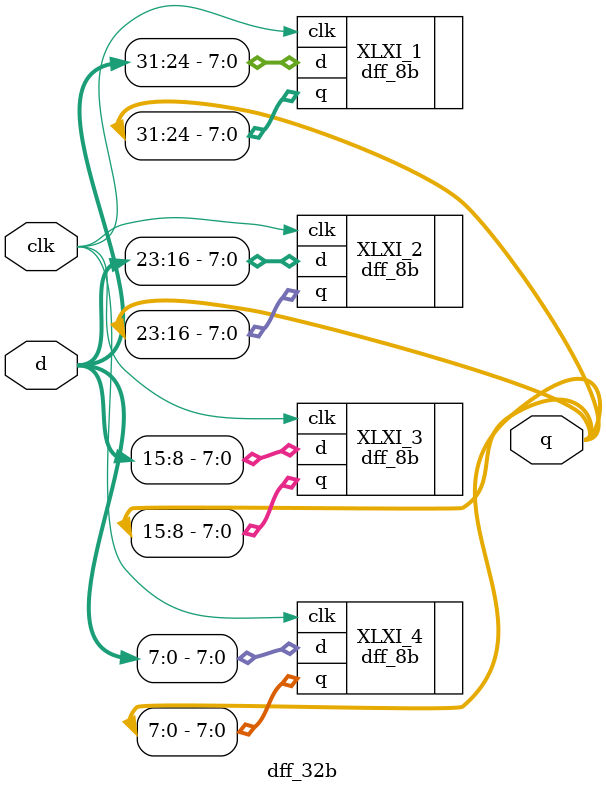
<source format=v>
`timescale 1ns / 1ps

module dff_32b(clk, 
               d, 
               q);

    input clk;
    input [31:0] d;
   output [31:0] q;
   
   
   dff_8b XLXI_1 (.clk(clk), 
                  .d(d[31:24]), 
                  .q(q[31:24]));
   dff_8b XLXI_2 (.clk(clk), 
                  .d(d[23:16]), 
                  .q(q[23:16]));
   dff_8b XLXI_3 (.clk(clk), 
                  .d(d[15:8]), 
                  .q(q[15:8]));
   dff_8b XLXI_4 (.clk(clk), 
                  .d(d[7:0]), 
                  .q(q[7:0]));
endmodule

</source>
